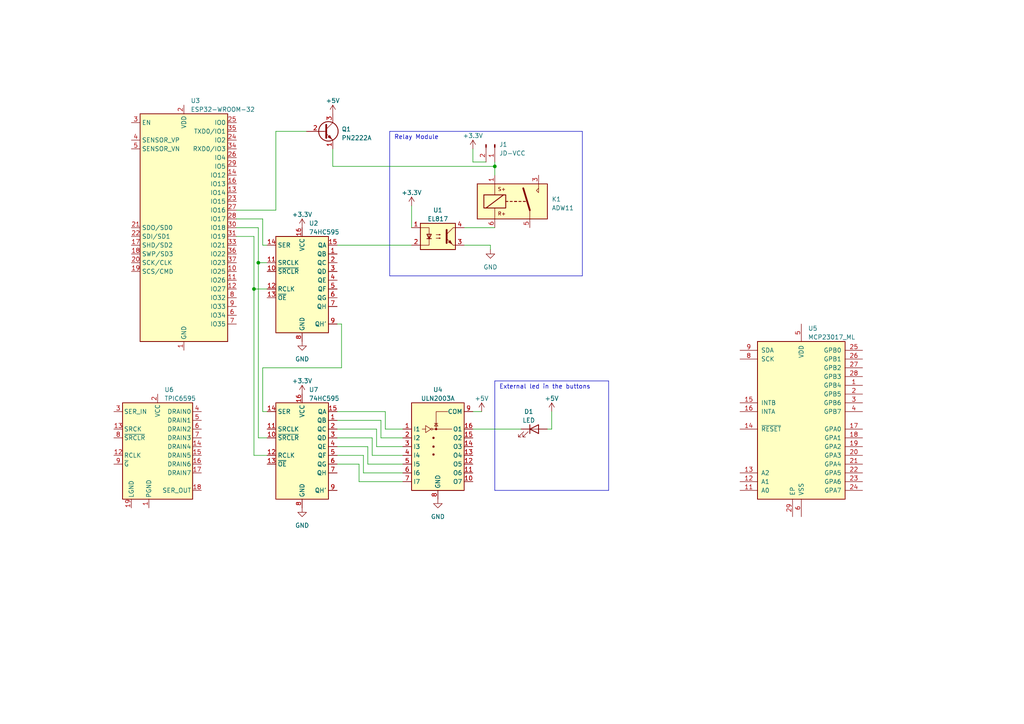
<source format=kicad_sch>
(kicad_sch (version 20230121) (generator eeschema)
  (paper "A4")
  (lib_symbols
    (symbol "74xx:74HC595"
      (property "Reference" "U" (at -7.62 13.97 0))
      (property "Value" "74HC595" (at -7.62 -16.51 0))
      (symbol "74HC595_1_0"
        (pin tri_state line (at 10.16 7.62 180) (length 2.54) (name "QB") (number "1"))
        (pin input line (at -10.16 2.54 0) (length 2.54) (name "~{SRCLR}") (number "10"))
        (pin input line (at -10.16 5.08 0) (length 2.54) (name "SRCLK") (number "11"))
        (pin input line (at -10.16 -2.54 0) (length 2.54) (name "RCLK") (number "12"))
        (pin input line (at -10.16 -5.08 0) (length 2.54) (name "~{OE}") (number "13"))
        (pin input line (at -10.16 10.16 0) (length 2.54) (name "SER") (number "14"))
        (pin tri_state line (at 10.16 10.16 180) (length 2.54) (name "QA") (number "15"))
        (pin power_in line (at 0 15.24 270) (length 2.54) (name "VCC") (number "16"))
        (pin tri_state line (at 10.16 5.08 180) (length 2.54) (name "QC") (number "2"))
        (pin tri_state line (at 10.16 2.54 180) (length 2.54) (name "QD") (number "3"))
        (pin tri_state line (at 10.16 0 180) (length 2.54) (name "QE") (number "4"))
        (pin tri_state line (at 10.16 -2.54 180) (length 2.54) (name "QF") (number "5"))
        (pin tri_state line (at 10.16 -5.08 180) (length 2.54) (name "QG") (number "6"))
        (pin tri_state line (at 10.16 -7.62 180) (length 2.54) (name "QH") (number "7"))
        (pin power_in line (at 0 -17.78 90) (length 2.54) (name "GND") (number "8"))
        (pin output line (at 10.16 -12.7 180) (length 2.54) (name "QH'") (number "9"))
      )
      (symbol "74HC595_1_1"
        (rectangle (start -7.62 12.7) (end 7.62 -15.24) (stroke (width 0.254)) (fill (type background)))
      )
    )
    (symbol "Connector:Conn_01x02_Pin" (pin_names (offset 1.016) hide)
      (property "Reference" "J" (at 0 2.54 0))
      (property "Value" "Conn_01x02_Pin" (at 0 -5.08 0))
      (symbol "Conn_01x02_Pin_1_1"
        (polyline (pts (xy 1.27 -2.54) (xy 0.8636 -2.54)) (stroke (width 0.1524)))
        (polyline (pts (xy 1.27 0) (xy 0.8636 0)) (stroke (width 0.1524)))
        (rectangle (start 0.8636 -2.413) (end 0 -2.667) (stroke (width 0.1524)) (fill (type outline)))
        (rectangle (start 0.8636 0.127) (end 0 -0.127) (stroke (width 0.1524)) (fill (type outline)))
        (pin passive line (at 5.08 0 180) (length 3.81) (name "Pin_1") (number "1"))
        (pin passive line (at 5.08 -2.54 180) (length 3.81) (name "Pin_2") (number "2"))
      )
    )
    (symbol "Device:LED" (pin_numbers hide) (pin_names (offset 1.016) hide)
      (property "Reference" "D" (at 0 2.54 0))
      (property "Value" "LED" (at 0 -2.54 0))
      (symbol "LED_0_1"
        (polyline (pts (xy -1.27 -1.27) (xy -1.27 1.27)) (stroke (width 0.254)))
        (polyline (pts (xy -1.27 0) (xy 1.27 0)))
        (polyline (pts (xy 1.27 -1.27) (xy 1.27 1.27) (xy -1.27 0) (xy 1.27 -1.27)) (stroke (width 0.254)))
        (polyline (pts (xy -3.048 -0.762) (xy -4.572 -2.286) (xy -3.81 -2.286) (xy -4.572 -2.286) (xy -4.572 -1.524)))
        (polyline (pts (xy -1.778 -0.762) (xy -3.302 -2.286) (xy -2.54 -2.286) (xy -3.302 -2.286) (xy -3.302 -1.524)))
      )
      (symbol "LED_1_1"
        (pin passive line (at -3.81 0 0) (length 2.54) (name "K") (number "1"))
        (pin passive line (at 3.81 0 180) (length 2.54) (name "A") (number "2"))
      )
    )
    (symbol "Interface_Expansion:MCP23017_ML" (pin_names (offset 1.016))
      (property "Reference" "U" (at -11.43 24.13 0))
      (property "Value" "MCP23017_ML" (at 0 0 0))
      (symbol "MCP23017_ML_0_1"
        (rectangle (start -12.7 22.86) (end 12.7 -22.86) (stroke (width 0.254)) (fill (type background)))
      )
      (symbol "MCP23017_ML_1_1"
        (pin bidirectional line (at 17.78 10.16 180) (length 5.08) (name "GPB4") (number "1"))
        (pin no_connect line (at -12.7 12.7 0) (length 5.08) hide (name "NC") (number "10"))
        (pin input line (at -17.78 -20.32 0) (length 5.08) (name "A0") (number "11"))
        (pin input line (at -17.78 -17.78 0) (length 5.08) (name "A1") (number "12"))
        (pin input line (at -17.78 -15.24 0) (length 5.08) (name "A2") (number "13"))
        (pin input line (at -17.78 -2.54 0) (length 5.08) (name "~{RESET}") (number "14"))
        (pin tri_state line (at -17.78 5.08 0) (length 5.08) (name "INTB") (number "15"))
        (pin tri_state line (at -17.78 2.54 0) (length 5.08) (name "INTA") (number "16"))
        (pin bidirectional line (at 17.78 -2.54 180) (length 5.08) (name "GPA0") (number "17"))
        (pin bidirectional line (at 17.78 -5.08 180) (length 5.08) (name "GPA1") (number "18"))
        (pin bidirectional line (at 17.78 -7.62 180) (length 5.08) (name "GPA2") (number "19"))
        (pin bidirectional line (at 17.78 7.62 180) (length 5.08) (name "GPB5") (number "2"))
        (pin bidirectional line (at 17.78 -10.16 180) (length 5.08) (name "GPA3") (number "20"))
        (pin bidirectional line (at 17.78 -12.7 180) (length 5.08) (name "GPA4") (number "21"))
        (pin bidirectional line (at 17.78 -15.24 180) (length 5.08) (name "GPA5") (number "22"))
        (pin bidirectional line (at 17.78 -17.78 180) (length 5.08) (name "GPA6") (number "23"))
        (pin bidirectional line (at 17.78 -20.32 180) (length 5.08) (name "GPA7") (number "24"))
        (pin bidirectional line (at 17.78 20.32 180) (length 5.08) (name "GPB0") (number "25"))
        (pin bidirectional line (at 17.78 17.78 180) (length 5.08) (name "GPB1") (number "26"))
        (pin bidirectional line (at 17.78 15.24 180) (length 5.08) (name "GPB2") (number "27"))
        (pin bidirectional line (at 17.78 12.7 180) (length 5.08) (name "GPB3") (number "28"))
        (pin passive line (at -2.54 -27.94 90) (length 5.08) (name "EP") (number "29"))
        (pin bidirectional line (at 17.78 5.08 180) (length 5.08) (name "GPB6") (number "3"))
        (pin bidirectional line (at 17.78 2.54 180) (length 5.08) (name "GPB7") (number "4"))
        (pin power_in line (at 0 27.94 270) (length 5.08) (name "VDD") (number "5"))
        (pin power_in line (at 0 -27.94 90) (length 5.08) (name "VSS") (number "6"))
        (pin no_connect line (at -12.7 15.24 0) (length 5.08) hide (name "NC") (number "7"))
        (pin input line (at -17.78 17.78 0) (length 5.08) (name "SCK") (number "8"))
        (pin bidirectional line (at -17.78 20.32 0) (length 5.08) (name "SDA") (number "9"))
      )
    )
    (symbol "Interface_Expansion:TPIC6595" (pin_names (offset 0.381))
      (property "Reference" "U" (at -8.89 13.97 0))
      (property "Value" "TPIC6595" (at 6.35 13.97 0))
      (symbol "TPIC6595_0_1"
        (rectangle (start -10.16 12.7) (end 10.16 -15.24) (stroke (width 0.254)) (fill (type background)))
      )
      (symbol "TPIC6595_1_1"
        (pin power_in line (at -2.54 -17.78 90) (length 2.54) (name "PGND") (number "1"))
        (pin passive line (at -2.54 -17.78 90) (length 2.54) hide (name "PGND") (number "10"))
        (pin passive line (at -2.54 -17.78 90) (length 2.54) hide (name "PGND") (number "11"))
        (pin input line (at -12.7 -2.54 0) (length 2.54) (name "RCLK") (number "12"))
        (pin input line (at -12.7 5.08 0) (length 2.54) (name "SRCK") (number "13"))
        (pin open_collector line (at 12.7 0 180) (length 2.54) (name "DRAIN4") (number "14"))
        (pin open_collector line (at 12.7 -2.54 180) (length 2.54) (name "DRAIN5") (number "15"))
        (pin open_collector line (at 12.7 -5.08 180) (length 2.54) (name "DRAIN6") (number "16"))
        (pin open_collector line (at 12.7 -7.62 180) (length 2.54) (name "DRAIN7") (number "17"))
        (pin output line (at 12.7 -12.7 180) (length 2.54) (name "SER_OUT") (number "18"))
        (pin power_in line (at -7.62 -17.78 90) (length 2.54) (name "LGND") (number "19"))
        (pin power_in line (at 0 15.24 270) (length 2.54) (name "VCC") (number "2"))
        (pin passive line (at -2.54 -17.78 90) (length 2.54) hide (name "PGND") (number "20"))
        (pin input line (at -12.7 10.16 0) (length 2.54) (name "SER_IN") (number "3"))
        (pin open_collector line (at 12.7 10.16 180) (length 2.54) (name "DRAIN0") (number "4"))
        (pin open_collector line (at 12.7 7.62 180) (length 2.54) (name "DRAIN1") (number "5"))
        (pin open_collector line (at 12.7 5.08 180) (length 2.54) (name "DRAIN2") (number "6"))
        (pin open_collector line (at 12.7 2.54 180) (length 2.54) (name "DRAIN3") (number "7"))
        (pin input line (at -12.7 2.54 0) (length 2.54) (name "~{SRCLR}") (number "8"))
        (pin input line (at -12.7 -5.08 0) (length 2.54) (name "~{G}") (number "9"))
      )
    )
    (symbol "Isolator:EL817" (pin_names (offset 1.016))
      (property "Reference" "U" (at -5.08 5.08 0))
      (property "Value" "EL817" (at 0 5.08 0))
      (symbol "EL817_0_1"
        (rectangle (start -5.08 3.81) (end 5.08 -3.81) (stroke (width 0.254)) (fill (type background)))
        (polyline (pts (xy -3.175 -0.635) (xy -1.905 -0.635)) (stroke (width 0.254)))
        (polyline (pts (xy 2.54 0.635) (xy 4.445 2.54)))
        (polyline (pts (xy 4.445 -2.54) (xy 2.54 -0.635)) (fill (type outline)))
        (polyline (pts (xy 4.445 -2.54) (xy 5.08 -2.54)))
        (polyline (pts (xy 4.445 2.54) (xy 5.08 2.54)))
        (polyline (pts (xy -5.08 2.54) (xy -2.54 2.54) (xy -2.54 -0.635)))
        (polyline (pts (xy -2.54 -0.635) (xy -2.54 -2.54) (xy -5.08 -2.54)))
        (polyline (pts (xy 2.54 1.905) (xy 2.54 -1.905) (xy 2.54 -1.905)) (stroke (width 0.508)))
        (polyline (pts (xy -2.54 -0.635) (xy -3.175 0.635) (xy -1.905 0.635) (xy -2.54 -0.635)) (stroke (width 0.254)))
        (polyline (pts (xy -0.508 -0.508) (xy 0.762 -0.508) (xy 0.381 -0.635) (xy 0.381 -0.381) (xy 0.762 -0.508)))
        (polyline (pts (xy -0.508 0.508) (xy 0.762 0.508) (xy 0.381 0.381) (xy 0.381 0.635) (xy 0.762 0.508)))
        (polyline (pts (xy 3.048 -1.651) (xy 3.556 -1.143) (xy 4.064 -2.159) (xy 3.048 -1.651) (xy 3.048 -1.651)) (fill (type outline)))
      )
      (symbol "EL817_1_1"
        (pin passive line (at -7.62 2.54 0) (length 2.54) (name "~") (number "1"))
        (pin passive line (at -7.62 -2.54 0) (length 2.54) (name "~") (number "2"))
        (pin passive line (at 7.62 -2.54 180) (length 2.54) (name "~") (number "3"))
        (pin passive line (at 7.62 2.54 180) (length 2.54) (name "~") (number "4"))
      )
    )
    (symbol "RF_Module:ESP32-WROOM-32"
      (property "Reference" "U" (at -12.7 34.29 0))
      (property "Value" "ESP32-WROOM-32" (at 1.27 34.29 0))
      (symbol "ESP32-WROOM-32_0_1"
        (rectangle (start -12.7 33.02) (end 12.7 -33.02) (stroke (width 0.254)) (fill (type background)))
      )
      (symbol "ESP32-WROOM-32_1_1"
        (pin power_in line (at 0 -35.56 90) (length 2.54) (name "GND") (number "1"))
        (pin bidirectional line (at 15.24 -12.7 180) (length 2.54) (name "IO25") (number "10"))
        (pin bidirectional line (at 15.24 -15.24 180) (length 2.54) (name "IO26") (number "11"))
        (pin bidirectional line (at 15.24 -17.78 180) (length 2.54) (name "IO27") (number "12"))
        (pin bidirectional line (at 15.24 10.16 180) (length 2.54) (name "IO14") (number "13"))
        (pin bidirectional line (at 15.24 15.24 180) (length 2.54) (name "IO12") (number "14"))
        (pin passive line (at 0 -35.56 90) (length 2.54) hide (name "GND") (number "15"))
        (pin bidirectional line (at 15.24 12.7 180) (length 2.54) (name "IO13") (number "16"))
        (pin bidirectional line (at -15.24 -5.08 0) (length 2.54) (name "SHD/SD2") (number "17"))
        (pin bidirectional line (at -15.24 -7.62 0) (length 2.54) (name "SWP/SD3") (number "18"))
        (pin bidirectional line (at -15.24 -12.7 0) (length 2.54) (name "SCS/CMD") (number "19"))
        (pin power_in line (at 0 35.56 270) (length 2.54) (name "VDD") (number "2"))
        (pin bidirectional line (at -15.24 -10.16 0) (length 2.54) (name "SCK/CLK") (number "20"))
        (pin bidirectional line (at -15.24 0 0) (length 2.54) (name "SDO/SD0") (number "21"))
        (pin bidirectional line (at -15.24 -2.54 0) (length 2.54) (name "SDI/SD1") (number "22"))
        (pin bidirectional line (at 15.24 7.62 180) (length 2.54) (name "IO15") (number "23"))
        (pin bidirectional line (at 15.24 25.4 180) (length 2.54) (name "IO2") (number "24"))
        (pin bidirectional line (at 15.24 30.48 180) (length 2.54) (name "IO0") (number "25"))
        (pin bidirectional line (at 15.24 20.32 180) (length 2.54) (name "IO4") (number "26"))
        (pin bidirectional line (at 15.24 5.08 180) (length 2.54) (name "IO16") (number "27"))
        (pin bidirectional line (at 15.24 2.54 180) (length 2.54) (name "IO17") (number "28"))
        (pin bidirectional line (at 15.24 17.78 180) (length 2.54) (name "IO5") (number "29"))
        (pin input line (at -15.24 30.48 0) (length 2.54) (name "EN") (number "3"))
        (pin bidirectional line (at 15.24 0 180) (length 2.54) (name "IO18") (number "30"))
        (pin bidirectional line (at 15.24 -2.54 180) (length 2.54) (name "IO19") (number "31"))
        (pin no_connect line (at -12.7 -27.94 0) (length 2.54) hide (name "NC") (number "32"))
        (pin bidirectional line (at 15.24 -5.08 180) (length 2.54) (name "IO21") (number "33"))
        (pin bidirectional line (at 15.24 22.86 180) (length 2.54) (name "RXD0/IO3") (number "34"))
        (pin bidirectional line (at 15.24 27.94 180) (length 2.54) (name "TXD0/IO1") (number "35"))
        (pin bidirectional line (at 15.24 -7.62 180) (length 2.54) (name "IO22") (number "36"))
        (pin bidirectional line (at 15.24 -10.16 180) (length 2.54) (name "IO23") (number "37"))
        (pin passive line (at 0 -35.56 90) (length 2.54) hide (name "GND") (number "38"))
        (pin passive line (at 0 -35.56 90) (length 2.54) hide (name "GND") (number "39"))
        (pin input line (at -15.24 25.4 0) (length 2.54) (name "SENSOR_VP") (number "4"))
        (pin input line (at -15.24 22.86 0) (length 2.54) (name "SENSOR_VN") (number "5"))
        (pin input line (at 15.24 -25.4 180) (length 2.54) (name "IO34") (number "6"))
        (pin input line (at 15.24 -27.94 180) (length 2.54) (name "IO35") (number "7"))
        (pin bidirectional line (at 15.24 -20.32 180) (length 2.54) (name "IO32") (number "8"))
        (pin bidirectional line (at 15.24 -22.86 180) (length 2.54) (name "IO33") (number "9"))
      )
    )
    (symbol "Relay:ADW11"
      (property "Reference" "K" (at 11.43 3.81 0))
      (property "Value" "ADW11" (at 13.97 1.27 0))
      (symbol "ADW11_1_1"
        (rectangle (start -10.16 5.08) (end 10.16 -5.08) (stroke (width 0.254)) (fill (type background)))
        (rectangle (start -8.255 1.905) (end -1.905 -1.905) (stroke (width 0.254)))
        (polyline (pts (xy -7.62 -1.905) (xy -2.54 1.905)) (stroke (width 0.254)))
        (polyline (pts (xy -5.08 -5.08) (xy -5.08 -1.905)))
        (polyline (pts (xy -5.08 5.08) (xy -5.08 1.905)))
        (polyline (pts (xy -1.905 0) (xy -1.27 0)) (stroke (width 0.254)))
        (polyline (pts (xy -0.635 0) (xy 0 0)) (stroke (width 0.254)))
        (polyline (pts (xy 0.635 0) (xy 1.27 0)) (stroke (width 0.254)))
        (polyline (pts (xy 0.635 0) (xy 1.27 0)) (stroke (width 0.254)))
        (polyline (pts (xy 1.905 0) (xy 2.54 0)) (stroke (width 0.254)))
        (polyline (pts (xy 3.175 0) (xy 3.81 0)) (stroke (width 0.254)))
        (polyline (pts (xy 5.08 -2.54) (xy 3.175 3.81)) (stroke (width 0.508)))
        (polyline (pts (xy 5.08 -2.54) (xy 5.08 -5.08)))
        (polyline (pts (xy 7.62 3.81) (xy 7.62 5.08)))
        (polyline (pts (xy 7.62 3.81) (xy 7.62 2.54) (xy 6.985 3.175) (xy 7.62 3.81)))
        (text "R+" (at -3.048 -3.556 0) (effects (font (size 1.016 1.016))))
        (text "S+" (at -3.048 3.556 0) (effects (font (size 1.016 1.016))))
        (pin passive line (at -5.08 7.62 270) (length 2.54) (name "~") (number "1"))
        (pin passive line (at 7.62 7.62 270) (length 2.54) (name "~") (number "3"))
        (pin passive line (at 5.08 -7.62 90) (length 2.54) (name "~") (number "5"))
        (pin passive line (at -5.08 -7.62 90) (length 2.54) (name "~") (number "6"))
      )
    )
    (symbol "Transistor_Array:ULN2003A"
      (property "Reference" "U" (at 0 15.875 0))
      (property "Value" "ULN2003A" (at 0 13.97 0))
      (symbol "ULN2003A_0_1"
        (rectangle (start -7.62 -12.7) (end 7.62 12.7) (stroke (width 0.254)) (fill (type background)))
        (circle (center -1.778 5.08) (radius 0.254))
        (circle (center -1.27 -2.286) (radius 0.254) (fill (type outline)))
        (circle (center -1.27 0) (radius 0.254) (fill (type outline)))
        (circle (center -1.27 2.54) (radius 0.254) (fill (type outline)))
        (circle (center -0.508 5.08) (radius 0.254) (fill (type outline)))
        (polyline (pts (xy -4.572 5.08) (xy -3.556 5.08)))
        (polyline (pts (xy -1.524 5.08) (xy 4.064 5.08)))
        (polyline (pts (xy 0 6.731) (xy -1.016 6.731)))
        (polyline (pts (xy -0.508 5.08) (xy -0.508 10.16) (xy 2.921 10.16)))
        (polyline (pts (xy -3.556 6.096) (xy -3.556 4.064) (xy -2.032 5.08) (xy -3.556 6.096)))
        (polyline (pts (xy 0 5.969) (xy -1.016 5.969) (xy -0.508 6.731) (xy 0 5.969)))
      )
      (symbol "ULN2003A_1_1"
        (pin input line (at -10.16 5.08 0) (length 2.54) (name "I1") (number "1"))
        (pin open_collector line (at 10.16 -10.16 180) (length 2.54) (name "O7") (number "10"))
        (pin open_collector line (at 10.16 -7.62 180) (length 2.54) (name "O6") (number "11"))
        (pin open_collector line (at 10.16 -5.08 180) (length 2.54) (name "O5") (number "12"))
        (pin open_collector line (at 10.16 -2.54 180) (length 2.54) (name "O4") (number "13"))
        (pin open_collector line (at 10.16 0 180) (length 2.54) (name "O3") (number "14"))
        (pin open_collector line (at 10.16 2.54 180) (length 2.54) (name "O2") (number "15"))
        (pin open_collector line (at 10.16 5.08 180) (length 2.54) (name "O1") (number "16"))
        (pin input line (at -10.16 2.54 0) (length 2.54) (name "I2") (number "2"))
        (pin input line (at -10.16 0 0) (length 2.54) (name "I3") (number "3"))
        (pin input line (at -10.16 -2.54 0) (length 2.54) (name "I4") (number "4"))
        (pin input line (at -10.16 -5.08 0) (length 2.54) (name "I5") (number "5"))
        (pin input line (at -10.16 -7.62 0) (length 2.54) (name "I6") (number "6"))
        (pin input line (at -10.16 -10.16 0) (length 2.54) (name "I7") (number "7"))
        (pin power_in line (at 0 -15.24 90) (length 2.54) (name "GND") (number "8"))
        (pin passive line (at 10.16 10.16 180) (length 2.54) (name "COM") (number "9"))
      )
    )
    (symbol "Transistor_BJT:PN2222A" (pin_names (offset 0) hide)
      (property "Reference" "Q" (at 5.08 1.905 0))
      (property "Value" "PN2222A" (at 5.08 0 0))
      (symbol "PN2222A_0_1"
        (polyline (pts (xy 0 0) (xy 0.635 0)))
        (polyline (pts (xy 2.54 -2.54) (xy 0.635 -0.635)))
        (polyline (pts (xy 2.54 2.54) (xy 0.635 0.635)))
        (polyline (pts (xy 0.635 1.905) (xy 0.635 -1.905) (xy 0.635 -1.905)) (stroke (width 0.508)))
        (polyline (pts (xy 2.413 -2.413) (xy 1.905 -1.905) (xy 1.905 -1.905)))
        (polyline (pts (xy 1.143 -1.651) (xy 1.651 -1.143) (xy 2.159 -2.159) (xy 1.143 -1.651) (xy 1.143 -1.651)) (fill (type outline)))
        (circle (center 1.27 0) (radius 2.8194) (stroke (width 0.254)))
      )
      (symbol "PN2222A_1_1"
        (pin passive line (at 2.54 -5.08 90) (length 2.54) (name "E") (number "1"))
        (pin input line (at -5.08 0 0) (length 5.08) (name "B") (number "2"))
        (pin passive line (at 2.54 5.08 270) (length 2.54) (name "C") (number "3"))
      )
    )
    (symbol "power:+3.3V" (power) (pin_names (offset 0))
      (property "Value" "+3.3V" (at 0 3.556 0))
      (symbol "+3.3V_0_1"
        (polyline (pts (xy -0.762 1.27) (xy 0 2.54)))
        (polyline (pts (xy 0 0) (xy 0 2.54)))
        (polyline (pts (xy 0 2.54) (xy 0.762 1.27)))
      )
      (symbol "+3.3V_1_1"
        (pin power_in line (at 0 0 90) (length 0) hide (name "+3.3V") (number "1"))
      )
    )
    (symbol "power:+5V" (power) (pin_names (offset 0))
      (property "Value" "+5V" (at 0 3.556 0))
      (symbol "+5V_0_1"
        (polyline (pts (xy -0.762 1.27) (xy 0 2.54)))
        (polyline (pts (xy 0 0) (xy 0 2.54)))
        (polyline (pts (xy 0 2.54) (xy 0.762 1.27)))
      )
      (symbol "+5V_1_1"
        (pin power_in line (at 0 0 90) (length 0) hide (name "+5V") (number "1"))
      )
    )
    (symbol "power:GND" (power) (pin_names (offset 0))
      (property "Value" "GND" (at 0 -3.81 0))
      (symbol "GND_0_1"
        (polyline (pts (xy 0 0) (xy 0 -1.27) (xy 1.27 -1.27) (xy 0 -2.54) (xy -1.27 -1.27) (xy 0 -1.27)))
      )
      (symbol "GND_1_1"
        (pin power_in line (at 0 0 270) (length 0) hide (name "GND") (number "1"))
      )
    )
  )
  (junction (at 73.66 83.82))
  (junction (at 143.51 48.26))
  (junction (at 74.93 76.2))
  (wire (pts (xy 160.02 119.38) (xy 160.02 124.46)))
  (wire (pts (xy 137.16 43.18) (xy 137.16 46.99)))
  (wire (pts (xy 107.95 127) (xy 97.79 127)))
  (polyline (pts (xy 113.03 38.1) (xy 168.91 38.1)))
  (wire (pts (xy 137.16 46.99) (xy 140.97 46.99)))
  (wire (pts (xy 137.16 124.46) (xy 151.13 124.46)))
  (wire (pts (xy 107.95 132.08) (xy 107.95 127)))
  (wire (pts (xy 77.47 127) (xy 74.93 127)))
  (wire (pts (xy 104.14 134.62) (xy 104.14 139.7)))
  (wire (pts (xy 97.79 129.54) (xy 106.68 129.54)))
  (wire (pts (xy 76.2 119.38) (xy 77.47 119.38)))
  (wire (pts (xy 68.58 60.96) (xy 80.01 60.96)))
  (wire (pts (xy 74.93 66.04) (xy 68.58 66.04)))
  (wire (pts (xy 99.06 93.98) (xy 97.79 93.98)))
  (polyline (pts (xy 176.53 142.24) (xy 176.53 110.49)))
  (polyline (pts (xy 168.91 80.01) (xy 168.91 38.1)))
  (wire (pts (xy 73.66 83.82) (xy 73.66 132.08)))
  (polyline (pts (xy 143.51 110.49) (xy 143.51 142.24)))
  (wire (pts (xy 96.52 43.18) (xy 96.52 48.26)))
  (wire (pts (xy 77.47 83.82) (xy 73.66 83.82)))
  (wire (pts (xy 99.06 106.68) (xy 76.2 106.68)))
  (wire (pts (xy 106.68 129.54) (xy 106.68 134.62)))
  (wire (pts (xy 142.24 72.39) (xy 142.24 71.12)))
  (wire (pts (xy 134.62 71.12) (xy 142.24 71.12)))
  (wire (pts (xy 104.14 139.7) (xy 116.84 139.7)))
  (wire (pts (xy 97.79 124.46) (xy 109.22 124.46)))
  (wire (pts (xy 80.01 60.96) (xy 80.01 38.1)))
  (wire (pts (xy 137.16 119.38) (xy 139.7 119.38)))
  (wire (pts (xy 110.49 127) (xy 110.49 121.92)))
  (wire (pts (xy 143.51 46.99) (xy 143.51 48.26)))
  (wire (pts (xy 116.84 127) (xy 110.49 127)))
  (wire (pts (xy 73.66 68.58) (xy 68.58 68.58)))
  (wire (pts (xy 110.49 121.92) (xy 97.79 121.92)))
  (wire (pts (xy 73.66 83.82) (xy 73.66 68.58)))
  (polyline (pts (xy 143.51 142.24) (xy 176.53 142.24)))
  (wire (pts (xy 80.01 38.1) (xy 88.9 38.1)))
  (wire (pts (xy 111.76 124.46) (xy 116.84 124.46)))
  (wire (pts (xy 143.51 48.26) (xy 143.51 50.8)))
  (wire (pts (xy 74.93 76.2) (xy 74.93 66.04)))
  (wire (pts (xy 97.79 71.12) (xy 119.38 71.12)))
  (wire (pts (xy 76.2 71.12) (xy 77.47 71.12)))
  (polyline (pts (xy 113.03 38.1) (xy 113.03 80.01)))
  (wire (pts (xy 74.93 76.2) (xy 74.93 127)))
  (wire (pts (xy 96.52 48.26) (xy 143.51 48.26)))
  (wire (pts (xy 116.84 132.08) (xy 107.95 132.08)))
  (wire (pts (xy 109.22 129.54) (xy 116.84 129.54)))
  (wire (pts (xy 106.68 134.62) (xy 116.84 134.62)))
  (polyline (pts (xy 143.51 110.49) (xy 176.53 110.49)))
  (wire (pts (xy 119.38 59.69) (xy 119.38 66.04)))
  (wire (pts (xy 76.2 106.68) (xy 76.2 119.38)))
  (wire (pts (xy 97.79 119.38) (xy 111.76 119.38)))
  (wire (pts (xy 160.02 124.46) (xy 158.75 124.46)))
  (wire (pts (xy 105.41 137.16) (xy 105.41 132.08)))
  (wire (pts (xy 109.22 124.46) (xy 109.22 129.54)))
  (wire (pts (xy 105.41 132.08) (xy 97.79 132.08)))
  (wire (pts (xy 99.06 93.98) (xy 99.06 106.68)))
  (wire (pts (xy 77.47 76.2) (xy 74.93 76.2)))
  (polyline (pts (xy 113.03 80.01) (xy 168.91 80.01)))
  (wire (pts (xy 68.58 63.5) (xy 76.2 63.5)))
  (wire (pts (xy 76.2 63.5) (xy 76.2 71.12)))
  (wire (pts (xy 116.84 137.16) (xy 105.41 137.16)))
  (wire (pts (xy 111.76 119.38) (xy 111.76 124.46)))
  (wire (pts (xy 97.79 134.62) (xy 104.14 134.62)))
  (wire (pts (xy 77.47 132.08) (xy 73.66 132.08)))
  (wire (pts (xy 134.62 66.04) (xy 143.51 66.04)))
  (text "Relay Module" (at 114.3 40.64 0) (effects (font (size 1.27 1.27)) (justify left bottom)))
  (text "External led in the buttons" (at 144.78 113.03 0) (effects (font (size 1.27 1.27)) (justify left bottom)))
  (symbol (lib_id "power:+5V") (at 160.02 119.38 0) (unit 1)
    (property "Reference" "#PWR07" (effects hide))
    (property "Value" "+5V" (at 160.02 115.57 0))
  )
  (symbol (lib_id "Device:LED") (at 154.94 124.46 0) (unit 1)
    (property "Reference" "D1" (at 153.3525 119.38 0))
    (property "Value" "LED" (at 153.3525 121.92 0))
  )
  (symbol (lib_id "power:GND") (at 127 144.78 0) (unit 1)
    (property "Reference" "#PWR09" (effects hide))
    (property "Value" "GND" (at 127 149.86 0))
  )
  (symbol (lib_id "power:+5V") (at 139.7 119.38 0) (unit 1)
    (property "Reference" "#PWR08" (effects hide))
    (property "Value" "+5V" (at 139.7 115.57 0))
  )
  (symbol (lib_id "Relay:ADW11") (at 148.59 58.42 0) (unit 1)
    (property "Reference" "K1" (at 160.02 57.785 0) (effects (justify left)))
    (property "Value" "ADW11" (at 160.02 60.325 0) (effects (justify left)))
    (property "Footprint" "Relay_THT:Relay_1P1T_NO_10x24x18.8mm_Panasonic_ADW11xxxxW_THT" (effects hide))
    (property "Datasheet" "https://www.panasonic-electric-works.com/pew/es/downloads/ds_dw_hl_en.pdf" (effects hide))
  )
  (symbol (lib_id "power:GND") (at 87.63 147.32 0) (unit 1)
    (property "Reference" "#PWR010" (effects hide))
    (property "Value" "GND" (at 87.63 152.4 0))
  )
  (symbol (lib_id "Isolator:EL817") (at 127 68.58 0) (unit 1)
    (property "Reference" "U1" (at 127 60.96 0))
    (property "Value" "EL817" (at 127 63.5 0))
    (property "Footprint" "Package_DIP:DIP-4_W7.62mm" (effects hide))
    (property "Datasheet" "http://www.everlight.com/file/ProductFile/EL817.pdf" (effects hide))
  )
  (symbol (lib_id "power:GND") (at 142.24 72.39 0) (unit 1)
    (property "Reference" "#PWR02" (effects hide))
    (property "Value" "GND" (at 142.24 77.47 0))
  )
  (symbol (lib_id "74xx:74HC595") (at 87.63 81.28 0) (unit 1)
    (property "Reference" "U2" (at 89.5859 64.77 0) (effects (justify left)))
    (property "Value" "74HC595" (at 89.5859 67.31 0) (effects (justify left)))
    (property "Datasheet" "http://www.ti.com/lit/ds/symlink/sn74hc595.pdf" (effects hide))
  )
  (symbol (lib_id "Transistor_Array:ULN2003A") (at 127 129.54 0) (unit 1)
    (property "Reference" "U4" (at 127 113.03 0))
    (property "Value" "ULN2003A" (at 127 115.57 0))
    (property "Datasheet" "http://www.ti.com/lit/ds/symlink/uln2003a.pdf" (effects hide))
  )
  (symbol (lib_id "RF_Module:ESP32-WROOM-32") (at 53.34 66.04 0) (unit 1)
    (property "Reference" "U3" (at 55.2959 29.21 0) (effects (justify left)))
    (property "Value" "ESP32-WROOM-32" (at 55.2959 31.75 0) (effects (justify left)))
    (property "Footprint" "RF_Module:ESP32-WROOM-32" (effects hide))
    (property "Datasheet" "https://www.espressif.com/sites/default/files/documentation/esp32-wroom-32_datasheet_en.pdf" (effects hide))
  )
  (symbol (lib_id "power:+5V") (at 96.52 33.02 0) (unit 1)
    (property "Reference" "#PWR01" (effects hide))
    (property "Value" "+5V" (at 96.52 29.21 0))
  )
  (symbol (lib_id "Connector:Conn_01x02_Pin") (at 143.51 41.91 270) (unit 1)
    (property "Reference" "J1" (at 144.78 41.91 90) (effects (justify left)))
    (property "Value" "JD-VCC" (at 144.78 44.45 90) (effects (justify left)))
  )
  (symbol (lib_id "74xx:74HC595") (at 87.63 129.54 0) (unit 1)
    (property "Reference" "U7" (at 89.5859 113.03 0) (effects (justify left)))
    (property "Value" "74HC595" (at 89.5859 115.57 0) (effects (justify left)))
    (property "Datasheet" "http://www.ti.com/lit/ds/symlink/sn74hc595.pdf" (effects hide))
  )
  (symbol (lib_id "power:+3.3V") (at 119.38 59.69 0) (unit 1)
    (property "Reference" "#PWR03" (effects hide))
    (property "Value" "+3.3V" (at 119.38 55.88 0))
  )
  (symbol (lib_id "Transistor_BJT:PN2222A") (at 93.98 38.1 0) (unit 1)
    (property "Reference" "Q1" (at 99.06 37.465 0) (effects (justify left)))
    (property "Value" "PN2222A" (at 99.06 40.005 0) (effects (justify left)))
    (property "Footprint" "Package_TO_SOT_THT:TO-92_Inline" (effects hide))
    (property "Datasheet" "https://www.onsemi.com/pub/Collateral/PN2222-D.PDF" (effects hide))
  )
  (symbol (lib_id "power:GND") (at 87.63 99.06 0) (unit 1)
    (property "Reference" "#PWR05" (effects hide))
    (property "Value" "GND" (at 87.63 104.14 0))
  )
  (symbol (lib_id "power:+3.3V") (at 87.63 66.04 0) (unit 1)
    (property "Reference" "#PWR04" (effects hide))
    (property "Value" "+3.3V" (at 87.63 62.23 0))
  )
  (symbol (lib_id "power:+3.3V") (at 87.63 114.3 0) (unit 1)
    (property "Reference" "#PWR011" (effects hide))
    (property "Value" "+3.3V" (at 87.63 110.49 0))
  )
  (symbol (lib_id "Interface_Expansion:TPIC6595") (at 45.72 129.54 0) (unit 1)
    (property "Reference" "U6" (at 47.6759 113.03 0) (effects (justify left)))
    (property "Value" "TPIC6595" (at 47.6759 115.57 0) (effects (justify left)))
    (property "Datasheet" "http://www.ti.com/lit/ds/symlink/tpic6595.pdf" (effects hide))
  )
  (symbol (lib_id "Interface_Expansion:MCP23017_ML") (at 232.41 121.92 0) (unit 1)
    (property "Reference" "U5" (at 234.3659 95.25 0) (effects (justify left)))
    (property "Value" "MCP23017_ML" (at 234.3659 97.79 0) (effects (justify left)))
    (property "Footprint" "Package_DFN_QFN:QFN-28-1EP_6x6mm_P0.65mm_EP4.25x4.25mm" (effects hide))
    (property "Datasheet" "http://ww1.microchip.com/downloads/en/DeviceDoc/20001952C.pdf" (effects hide))
  )
  (symbol (lib_id "power:+3.3V") (at 137.16 43.18 0) (unit 1)
    (property "Reference" "#PWR06" (effects hide))
    (property "Value" "+3.3V" (at 137.16 39.37 0))
  )
)
</source>
